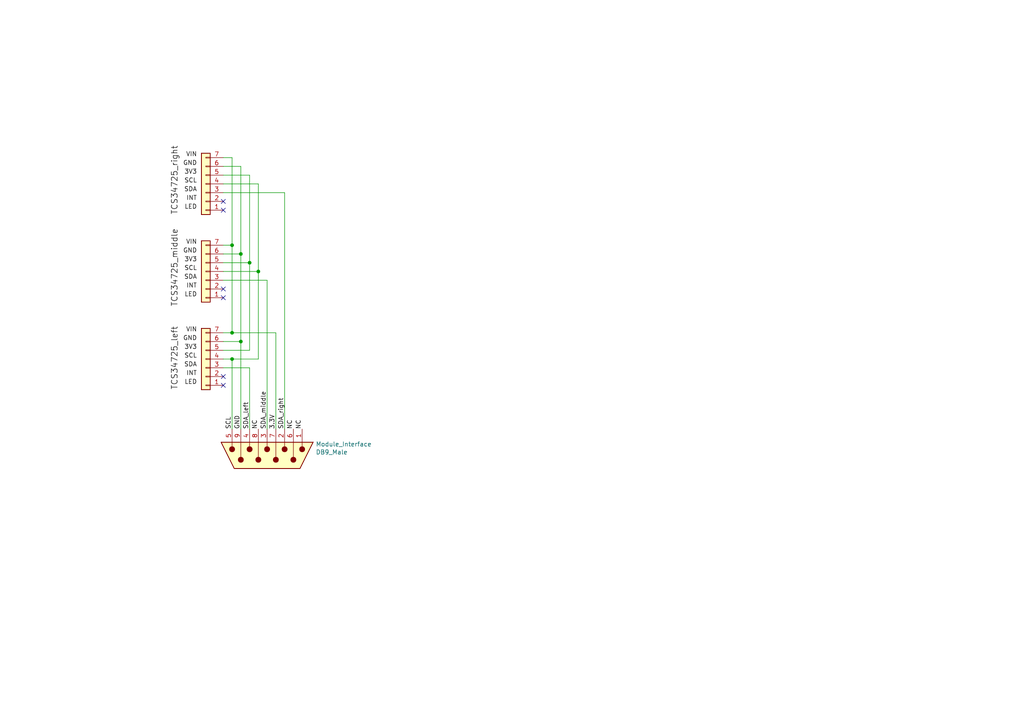
<source format=kicad_sch>
(kicad_sch (version 20211123) (generator eeschema)
  (paper "A4")
  (lib_symbols
    (symbol "Connector:DB9_Male" (pin_names (offset 1.016) hide)
      (property "Reference" "J" (at 0 13.97 0))
      (property "Value" "DB9_Male" (at 0 -14.605 0))
      (symbol "DB9_Male_0_1"
        (circle (center -1.778 -10.16) (radius 0.762) (fill (type outline)))
        (circle (center -1.778 -5.08) (radius 0.762) (fill (type outline)))
        (circle (center -1.778 0) (radius 0.762) (fill (type outline)))
        (circle (center -1.778 5.08) (radius 0.762) (fill (type outline)))
        (circle (center -1.778 10.16) (radius 0.762) (fill (type outline)))
        (polyline (pts (xy -3.81 -10.16) (xy -2.54 -10.16)))
        (polyline (pts (xy -3.81 -7.62) (xy 0.508 -7.62)))
        (polyline (pts (xy -3.81 -5.08) (xy -2.54 -5.08)))
        (polyline (pts (xy -3.81 -2.54) (xy 0.508 -2.54)))
        (polyline (pts (xy -3.81 0) (xy -2.54 0)))
        (polyline (pts (xy -3.81 2.54) (xy 0.508 2.54)))
        (polyline (pts (xy -3.81 5.08) (xy -2.54 5.08)))
        (polyline (pts (xy -3.81 7.62) (xy 0.508 7.62)))
        (polyline (pts (xy -3.81 10.16) (xy -2.54 10.16)))
        (polyline (pts (xy -3.81 -13.335) (xy -3.81 13.335) (xy 3.81 9.525) (xy 3.81 -9.525) (xy -3.81 -13.335)) (stroke (width 0.254)) (fill (type background)))
        (circle (center 1.27 -7.62) (radius 0.762) (fill (type outline)))
        (circle (center 1.27 -2.54) (radius 0.762) (fill (type outline)))
        (circle (center 1.27 2.54) (radius 0.762) (fill (type outline)))
        (circle (center 1.27 7.62) (radius 0.762) (fill (type outline)))
      )
      (symbol "DB9_Male_1_1"
        (pin passive line (at -7.62 -10.16 0) (length 3.81) (name "1") (number "1"))
        (pin passive line (at -7.62 -5.08 0) (length 3.81) (name "2") (number "2"))
        (pin passive line (at -7.62 0 0) (length 3.81) (name "3") (number "3"))
        (pin passive line (at -7.62 5.08 0) (length 3.81) (name "4") (number "4"))
        (pin passive line (at -7.62 10.16 0) (length 3.81) (name "5") (number "5"))
        (pin passive line (at -7.62 -7.62 0) (length 3.81) (name "6") (number "6"))
        (pin passive line (at -7.62 -2.54 0) (length 3.81) (name "7") (number "7"))
        (pin passive line (at -7.62 2.54 0) (length 3.81) (name "8") (number "8"))
        (pin passive line (at -7.62 7.62 0) (length 3.81) (name "9") (number "9"))
      )
    )
    (symbol "Connector_Generic:Conn_01x07" (pin_names (offset 1.016) hide)
      (property "Reference" "J" (at 0 10.16 0))
      (property "Value" "Conn_01x07" (at 0 -10.16 0))
      (symbol "Conn_01x07_1_1"
        (rectangle (start -1.27 -7.493) (end 0 -7.747) (stroke (width 0.1524)))
        (rectangle (start -1.27 -4.953) (end 0 -5.207) (stroke (width 0.1524)))
        (rectangle (start -1.27 -2.413) (end 0 -2.667) (stroke (width 0.1524)))
        (rectangle (start -1.27 0.127) (end 0 -0.127) (stroke (width 0.1524)))
        (rectangle (start -1.27 2.667) (end 0 2.413) (stroke (width 0.1524)))
        (rectangle (start -1.27 5.207) (end 0 4.953) (stroke (width 0.1524)))
        (rectangle (start -1.27 7.747) (end 0 7.493) (stroke (width 0.1524)))
        (rectangle (start -1.27 8.89) (end 1.27 -8.89) (stroke (width 0.254)) (fill (type background)))
        (pin passive line (at -5.08 7.62 0) (length 3.81) (name "Pin_1") (number "1"))
        (pin passive line (at -5.08 5.08 0) (length 3.81) (name "Pin_2") (number "2"))
        (pin passive line (at -5.08 2.54 0) (length 3.81) (name "Pin_3") (number "3"))
        (pin passive line (at -5.08 0 0) (length 3.81) (name "Pin_4") (number "4"))
        (pin passive line (at -5.08 -2.54 0) (length 3.81) (name "Pin_5") (number "5"))
        (pin passive line (at -5.08 -5.08 0) (length 3.81) (name "Pin_6") (number "6"))
        (pin passive line (at -5.08 -7.62 0) (length 3.81) (name "Pin_7") (number "7"))
      )
    )
  )
  (junction (at 67.31 96.52))
  (junction (at 74.93 78.74))
  (junction (at 69.85 99.06))
  (junction (at 67.31 104.14))
  (junction (at 72.39 76.2))
  (junction (at 69.85 73.66))
  (junction (at 67.31 71.12))
  (no_connect (at 64.77 109.22))
  (no_connect (at 64.77 58.42))
  (no_connect (at 64.77 86.36))
  (no_connect (at 64.77 83.82))
  (no_connect (at 64.77 111.76))
  (no_connect (at 64.77 60.96))
  (wire (pts (xy 77.47 81.28) (xy 64.77 81.28)))
  (wire (pts (xy 82.55 55.88) (xy 64.77 55.88)))
  (wire (pts (xy 74.93 53.34) (xy 74.93 78.74)))
  (wire (pts (xy 74.93 78.74) (xy 64.77 78.74)))
  (wire (pts (xy 72.39 106.68) (xy 64.77 106.68)))
  (wire (pts (xy 67.31 45.72) (xy 67.31 71.12)))
  (wire (pts (xy 82.55 124.46) (xy 82.55 55.88)))
  (wire (pts (xy 72.39 50.8) (xy 72.39 76.2)))
  (wire (pts (xy 67.31 71.12) (xy 64.77 71.12)))
  (wire (pts (xy 64.77 104.14) (xy 67.31 104.14)))
  (wire (pts (xy 69.85 48.26) (xy 64.77 48.26)))
  (wire (pts (xy 69.85 99.06) (xy 69.85 73.66)))
  (wire (pts (xy 80.01 96.52) (xy 80.01 124.46)))
  (wire (pts (xy 74.93 104.14) (xy 74.93 78.74)))
  (wire (pts (xy 72.39 76.2) (xy 72.39 101.6)))
  (wire (pts (xy 64.77 50.8) (xy 72.39 50.8)))
  (wire (pts (xy 67.31 104.14) (xy 74.93 104.14)))
  (wire (pts (xy 67.31 124.46) (xy 67.31 104.14)))
  (wire (pts (xy 64.77 45.72) (xy 67.31 45.72)))
  (wire (pts (xy 72.39 76.2) (xy 64.77 76.2)))
  (wire (pts (xy 67.31 96.52) (xy 80.01 96.52)))
  (wire (pts (xy 69.85 124.46) (xy 69.85 99.06)))
  (wire (pts (xy 67.31 96.52) (xy 64.77 96.52)))
  (wire (pts (xy 67.31 71.12) (xy 67.31 96.52)))
  (wire (pts (xy 69.85 73.66) (xy 69.85 48.26)))
  (wire (pts (xy 77.47 124.46) (xy 77.47 81.28)))
  (wire (pts (xy 72.39 124.46) (xy 72.39 106.68)))
  (wire (pts (xy 69.85 73.66) (xy 64.77 73.66)))
  (wire (pts (xy 72.39 101.6) (xy 64.77 101.6)))
  (wire (pts (xy 64.77 53.34) (xy 74.93 53.34)))
  (wire (pts (xy 64.77 99.06) (xy 69.85 99.06)))
  (label "3V3" (at 57.15 76.2 180))
  (label "3V3" (at 57.15 50.8 180))
  (label "3V3" (at 57.15 101.6 180))
  (label "SDA_left" (at 72.39 124.46 90))
  (label "LED" (at 57.15 111.76 180))
  (label "SCL" (at 67.31 124.46 90))
  (label "TCS34725_middle" (at 52.07 88.9 90) (effects (font (size 1.7 1.7))))
  (label "3.3V" (at 80.01 124.46 90))
  (label "GND" (at 57.15 99.06 180))
  (label "LED" (at 57.15 60.96 180))
  (label "GND" (at 57.15 48.26 180))
  (label "NC" (at 74.93 124.46 90))
  (label "SDA" (at 57.15 81.28 180))
  (label "TCS34725_right" (at 52.07 62.23 90) (effects (font (size 1.7 1.7))))
  (label "VIN" (at 57.15 71.12 180))
  (label "VIN" (at 57.15 45.72 180))
  (label "SCL" (at 57.15 104.14 180))
  (label "INT" (at 57.15 83.82 180))
  (label "SDA_middle" (at 77.47 124.46 90))
  (label "VIN" (at 57.15 96.52 180))
  (label "SDA" (at 57.15 55.88 180))
  (label "NC" (at 85.09 124.46 90))
  (label "LED" (at 57.15 86.36 180))
  (label "INT" (at 57.15 109.22 180))
  (label "SCL" (at 57.15 53.34 180))
  (label "TCS34725_left" (at 52.07 113.03 90) (effects (font (size 1.7 1.7))))
  (label "GND" (at 57.15 73.66 180))
  (label "SDA_right" (at 82.55 124.46 90))
  (label "NC" (at 87.63 124.46 90))
  (label "SDA" (at 57.15 106.68 180))
  (label "GND" (at 69.85 124.46 90))
  (label "SCL" (at 57.15 78.74 180))
  (label "INT" (at 57.15 58.42 180))
  (symbol (lib_id "Connector_Generic:Conn_01x07") (at 59.69 53.34 180) (unit 1)
    (property "Reference" "TCS34725_right" (effects hide))
    (property "Value" "JST_01x07_Female" (effects hide))
  )
  (symbol (lib_id "Connector_Generic:Conn_01x07") (at 59.69 78.74 180) (unit 1)
    (property "Reference" "TCS34725_middle" (effects hide))
    (property "Value" "JST_01x07_Female" (effects hide))
  )
  (symbol (lib_id "Connector_Generic:Conn_01x07") (at 59.69 104.14 180) (unit 1)
    (property "Reference" "TCS34725_left" (effects hide))
    (property "Value" "JST_01x07_Female" (effects hide))
  )
  (symbol (lib_id "Connector:DB9_Male") (at 77.47 132.08 90) (mirror x) (unit 1)
    (property "Reference" "Module_Interface" (at 91.567 128.8288 90) (effects (justify right)))
    (property "Value" "DB9_Male" (at 91.567 131.1402 90) (effects (justify right)))
    (property "Datasheet" " ~" (effects hide))
  )
)
</source>
